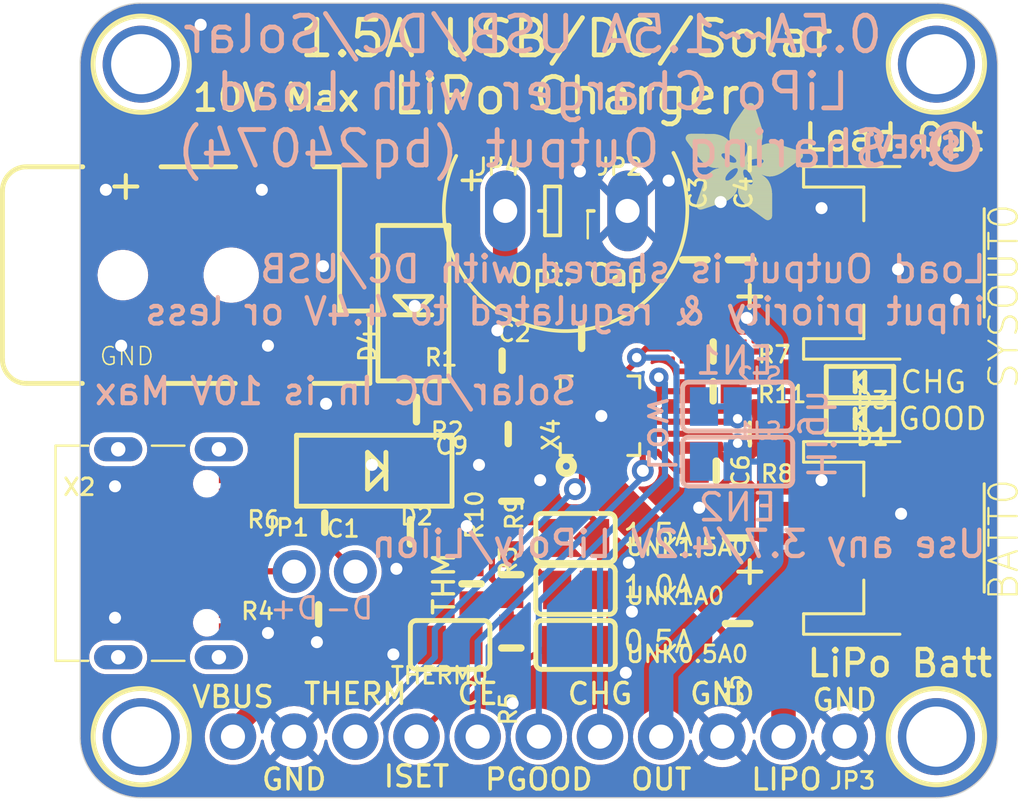
<source format=kicad_pcb>
(kicad_pcb (version 20221018) (generator pcbnew)
  (layers (0 "F.Cu" signal) (31 "B.Cu" signal) (34 "B.Paste" user) (35 "F.Paste" user) (36 "B.SilkS" user "B.Silkscreen") (37 "F.SilkS" user "F.Silkscreen") (38 "B.Mask" user) (39 "F.Mask" user) (44 "Edge.Cuts" user))
  (net 0 "")
  (net 1 "GND")
  (net 2 "VUSB")
  (net 3 "VBUS")
  (net 4 "D+")
  (net 5 "D-")
  (net 6 "CC2")
  (net 7 "CC1")
  (net 8 "THERM")
  (net 9 "VLIPO")
  (net 10 "~{CE}")
  (net 11 "N$2")
  (net 12 "~{CHG}")
  (net 13 "ILIM")
  (net 14 "N$5")
  (net 15 "N$6")
  (net 16 "N$7")
  (net 17 "~{PGOOD}")
  (net 18 "EN1")
  (net 19 "EN2")
  (net 20 "OUT")
  (net 21 "ITERM")
  (net 22 "ISET")
  (net 23 "N$3")
  (net 24 "N$1")
  (net 25 "N$4")
  (net 26 "N$8")
  (net 27 "N$9")
  (footprint "working:SMADIODE" (layer "F.Cu") (at 141.6431 107.9246 180)
    (fp_text reference "D2")
    (fp_text value "SK34A")
  )
  (footprint "working:FIDUCIAL_1MM" (layer "F.Cu") (at 133.7691 105.3846)
    (fp_text reference "FID3" hide)
    (fp_text value "FIDUCIAL_1MM" hide)
  )
  (footprint "working:SOLDERJUMPER_ARROW_NOPASTE" (layer "F.Cu") (at 150.0251 115.1636 180)
    (fp_text reference "UNK0.5A0")
    (fp_text value "")
  )
  (footprint "working:0603-NO" (layer "F.Cu") (at 145.7071 112.6236 90)
    (fp_text reference "R10")
    (fp_text value "10K")
  )
  (footprint "working:1X11_ROUND_76" (layer "F.Cu") (at 148.5011 118.9736 180)
    (fp_text reference "JP3")
    (fp_text value "")
  )
  (footprint "working:USB_C_CUSB31-CFM2AX-01-X" (layer "F.Cu") (at 132.2451 111.3536 -90)
    (fp_text reference "X2")
    (fp_text value "USB Type C")
  )
  (footprint "working:0603-NO" (layer "F.Cu") (at 147.3581 112.2426 90)
    (fp_text reference "R9")
    (fp_text value "1K")
  )
  (footprint "working:0603-NO" (layer "F.Cu") (at 146.9771 103.3526 180)
    (fp_text reference "R1")
    (fp_text value "1K")
  )
  (footprint "working:0603-NO" (layer "F.Cu") (at 155.8671 107.9246)
    (fp_text reference "R8")
    (fp_text value "10K")
  )
  (footprint "working:0603-NO" (layer "F.Cu") (at 139.6111 110.0836 180)
    (fp_text reference "R6")
    (fp_text value "5.1K")
  )
  (footprint "working:JST-PH-2-SMT-RA" (layer "F.Cu") (at 163.9951 99.2886 -90)
    (fp_text reference "SYSOUT0")
    (fp_text value "JST 2PH")
  )
  (footprint "working:ADAFRUIT_5MM" (layer "F.Cu") (at 154.5971 97.5106)
    (fp_text reference "U$14" hide)
    (fp_text value "" hide)
  )
  (footprint "working:SOLDERJUMPER_CLOSEDWIRE" (layer "F.Cu") (at 144.8181 115.1636 180)
    (fp_text reference "THERM0")
    (fp_text value "")
  )
  (footprint "working:0805-NO" (layer "F.Cu") (at 143.1671 110.4646 180)
    (fp_text reference "C1")
    (fp_text value "10uF")
  )
  (footprint "working:0603-NO" (layer "F.Cu") (at 147.3581 115.2906 -90)
    (fp_text reference "R5")
    (fp_text value "2K")
  )
  (footprint "working:SOLDERJUMPER_CLOSEDWIRE" (layer "F.Cu") (at 150.0251 112.8776 180)
    (fp_text reference "UNK1A0")
    (fp_text value "")
  )
  (footprint "working:0603-NO" (layer "F.Cu") (at 155.7401 104.6226)
    (fp_text reference "R11")
    (fp_text value "10K")
  )
  (footprint "working:0805-NO" (layer "F.Cu") (at 143.4211 105.3846 180)
    (fp_text reference "C9")
    (fp_text value "10uF")
  )
  (footprint "working:0805-NO" (layer "F.Cu") (at 156.7561 114.2746 -90)
    (fp_text reference "C5")
    (fp_text value "10uF")
  )
  (footprint "working:SOLDERJUMPER_ARROW_NOPASTE" (layer "F.Cu") (at 150.0251 110.7186 180)
    (fp_text reference "UNK1.5A0")
    (fp_text value "")
  )
  (footprint "working:0603-NO" (layer "F.Cu") (at 147.2311 106.4006 180)
    (fp_text reference "R2")
    (fp_text value "10K")
  )
  (footprint "working:0805-NO" (layer "F.Cu") (at 154.9781 99.1616 90)
    (fp_text reference "C3")
    (fp_text value "10uF")
  )
  (footprint "working:0603-NO" (layer "F.Cu") (at 147.3581 109.1946 -90)
    (fp_text reference "R3")
    (fp_text value "590")
  )
  (footprint "working:MOUNTINGHOLE_2.5_PLATED" (layer "F.Cu") (at 165.0111 91.0336)
    (fp_text reference "U$11" hide)
    (fp_text value "MOUNTINGHOLE2.5" hide)
  )
  (footprint "working:JST-PH-2-SMT-RA" (layer "F.Cu") (at 163.9951 110.7186 -90)
    (fp_text reference "BATT0")
    (fp_text value "JST 2PH")
  )
  (footprint "working:FIDUCIAL_1MM" (layer "F.Cu") (at 142.7861 95.7326)
    (fp_text reference "FID1" hide)
    (fp_text value "FIDUCIAL_1MM" hide)
  )
  (footprint "working:DCJACK_2MM_SMT" (layer "F.Cu") (at 131.2291 99.7966)
    (fp_text reference "X3")
    (fp_text value "2.1mm DC")
  )
  (footprint "working:MOUNTINGHOLE_2.5_PLATED" (layer "F.Cu") (at 131.9911 118.9736)
    (fp_text reference "U$3" hide)
    (fp_text value "MOUNTINGHOLE2.5" hide)
  )
  (footprint "working:0805-NO" (layer "F.Cu") (at 156.7561 110.7186 90)
    (fp_text reference "C6")
    (fp_text value "10uF")
  )
  (footprint "working:1X01_OVAL" (layer "F.Cu") (at 152.1841 97.1296)
    (fp_text reference "JP2")
    (fp_text value "")
  )
  (footprint "working:0603-NO" (layer "F.Cu") (at 139.3571 113.8936 180)
    (fp_text reference "R4")
    (fp_text value "5.1K")
  )
  (footprint "working:CHIPLED_0603" (layer "F.Cu") (at 161.8361 104.2416 90)
    (fp_text reference "D3")
    (fp_text value "RED")
  )
  (footprint "working:QFN16_3MM" (layer "F.Cu") (at 151.0411 105.6386 90)
    (fp_text reference "X4")
    (fp_text value "BQ24074")
  )
  (footprint "working:SMADIODE" (layer "F.Cu") (at 143.2941 100.9396 90)
    (fp_text reference "D4")
    (fp_text value "SK34A")
  )
  (footprint "working:MOUNTINGHOLE_2.5_PLATED" (layer "F.Cu") (at 165.0111 118.9736)
    (fp_text reference "U$12" hide)
    (fp_text value "MOUNTINGHOLE2.5" hide)
  )
  (footprint "working:1X01_OVAL" (layer "F.Cu") (at 147.1041 97.1296)
    (fp_text reference "JP4")
    (fp_text value "")
  )
  (footprint "working:0805-NO" (layer "F.Cu") (at 150.2791 102.3366 180)
    (fp_text reference "C2")
    (fp_text value "10uF")
  )
  (footprint "working:0805-NO" (layer "F.Cu") (at 156.8831 99.1616 90)
    (fp_text reference "C4")
    (fp_text value "10uF")
  )
  (footprint "working:1X02_ROUND" (layer "F.Cu") (at 139.6111 112.1156)
    (fp_text reference "JP1")
    (fp_text value "")
  )
  (footprint "working:FIDUCIAL_1MM" (layer "F.Cu") (at 162.2171 89.6366)
    (fp_text reference "FID2" hide)
    (fp_text value "FIDUCIAL_1MM" hide)
  )
  (footprint "working:0603-NO" (layer "F.Cu") (at 155.7401 102.9716)
    (fp_text reference "R7")
    (fp_text value "10K")
  )
  (footprint "working:MOUNTINGHOLE_2.5_PLATED" (layer "F.Cu") (at 131.9911 91.0336)
    (fp_text reference "U$4" hide)
    (fp_text value "MOUNTINGHOLE2.5" hide)
  )
  (footprint "working:CHIPLED_0603" (layer "F.Cu") (at 161.8361 105.7656 90)
    (fp_text reference "D1")
    (fp_text value "GREEN")
  )
  (footprint "working:SOLDERJUMPER_2WAY_OPEN_NOPASTE" (layer "B.Cu") (at 156.7561 105.2576 180)
    (fp_text reference "SJ2")
    (fp_text value "")
  )
  (footprint "working:SOLDERJUMPER_2WAY_OPEN_NOPASTE" (layer "B.Cu") (at 156.7561 107.5436 180)
    (fp_text reference "SJ1")
    (fp_text value "")
  )
  (footprint "working:PCBFEAT-REV-040" (layer "B.Cu") (at 165.7731 94.4626 180)
    (fp_text reference "U$18" hide)
    (fp_text value "" hide)
  )
  (gr_line (start 150.7871 97.1296) (end 150.5331 97.1296) (stroke (width 0.1524)) (layer "F.SilkS"))
  (gr_line (start 145.3261 95.8596) (end 146.0881 95.8596) (stroke (width 0.1524)) (layer "F.SilkS"))
  (gr_line (start 149.3901 96.1136) (end 149.3901 98.1456) (stroke (width 0.1524)) (layer "F.SilkS"))
  (gr_line (start 150.5331 97.1296) (end 150.5331 98.2726) (stroke (width 0.1)) (layer "F.SilkS"))
  (gr_line (start 148.7551 97.1296) (end 148.7551 96.1136) (stroke (width 0.1524)) (layer "F.SilkS"))
  (gr_line (start 145.7071 96.2406) (end 145.7071 95.4786) (stroke (width 0.1524)) (layer "F.SilkS"))
  (gr_line (start 148.7551 98.1456) (end 148.7551 97.1296) (stroke (width 0.1524)) (layer "F.SilkS"))
  (gr_line (start 149.3901 98.1456) (end 148.7551 98.1456) (stroke (width 0.1524)) (layer "F.SilkS"))
  (gr_line (start 148.5011 97.1296) (end 148.7551 97.1296) (stroke (width 0.1524)) (layer "F.SilkS"))
  (gr_line (start 148.7551 96.1136) (end 149.3901 96.1136) (stroke (width 0.1524)) (layer "F.SilkS"))
  (gr_arc (start 154.089099 94.716601) (mid 149.684003 102.121803) (end 145.0721 94.8436) (stroke (width 0.1524)) (layer "F.SilkS"))
  (gr_line (start 129.4511 91.0336) (end 129.4511 118.9736) (stroke (width 0.05)) (layer "Edge.Cuts"))
  (gr_line (start 131.9911 121.5136) (end 165.0111 121.5136) (stroke (width 0.05)) (layer "Edge.Cuts"))
  (gr_arc (start 165.0111 88.4936) (mid 166.807151 89.237549) (end 167.5511 91.0336) (stroke (width 0.05)) (layer "Edge.Cuts"))
  (gr_arc (start 167.5511 118.9736) (mid 166.807151 120.769651) (end 165.0111 121.5136) (stroke (width 0.05)) (layer "Edge.Cuts"))
  (gr_arc (start 129.4511 91.0336) (mid 130.195049 89.237549) (end 131.9911 88.4936) (stroke (width 0.05)) (layer "Edge.Cuts"))
  (gr_line (start 165.0111 88.4936) (end 131.9911 88.4936) (stroke (width 0.05)) (layer "Edge.Cuts"))
  (gr_arc (start 131.9911 121.5136) (mid 130.195049 120.769651) (end 129.4511 118.9736) (stroke (width 0.05)) (layer "Edge.Cuts"))
  (gr_line (start 167.5511 118.9736) (end 167.5511 91.0336) (stroke (width 0.05)) (layer "Edge.Cuts"))
  (gr_text "Load Output is shared with DC/USB \ninput priority & regulated to 4.4V or less" (at 167.1701 100.4316) (layer "B.SilkS") (effects (font (size 1.0922 1.0922) (thickness 0.1778)) (justify left mirror)))
  (gr_text "High" (at 160.1851 106.4006 -90) (layer "B.SilkS") (effects (font (size 1.1176 1.1176) (thickness 0.1524)) (justify mirror)))
  (gr_text "D-" (at 140.6271 113.6396) (layer "B.SilkS") (effects (font (size 0.89408 0.89408) (thickness 0.12192)) (justify mirror)))
  (gr_text "EN2" (at 156.7561 109.4486) (layer "B.SilkS") (effects (font (size 1.1176 1.1176) (thickness 0.1524)) (justify mirror)))
  (gr_text "Use any 3.7/4.2V LiPoly/LiIon" (at 167.1701 110.9726) (layer "B.SilkS") (effects (font (size 1.0922 1.0922) (thickness 0.1778)) (justify left mirror)))
  (gr_text "EN1" (at 156.6291 103.3526) (layer "B.SilkS") (effects (font (size 1.1176 1.1176) (thickness 0.1524)) (justify mirror)))
  (gr_text "0.5A~~1.5A USB/DC/Solar\nLiPo Charger with Load\nSharing Output (bq24074)" (at 148.2471 92.1766) (layer "B.SilkS") (effects (font (size 1.475232 1.475232) (thickness 0.201168)) (justify mirror)))
  (gr_text "D+" (at 138.3411 113.6396) (layer "B.SilkS") (effects (font (size 0.89408 0.89408) (thickness 0.12192)) (justify mirror)))
  (gr_text "Solar/DC In is 10V Max" (at 129.9591 104.6226) (layer "B.SilkS") (effects (font (size 1.0922 1.0922) (thickness 0.1778)) (justify right mirror)))
  (gr_text "Low" (at 153.5811 106.4006 -90) (layer "B.SilkS") (effects (font (size 1.1176 1.1176) (thickness 0.1524)) (justify mirror)))
  (gr_text "Opt. Cap" (at 147.2311 99.7966) (layer "F.SilkS") (effects (font (size 0.8636 0.8636) (thickness 0.1524)) (justify left)))
  (gr_text "GND" (at 161.2011 117.4496) (layer "F.SilkS") (effects (font (size 0.87376 0.87376) (thickness 0.14224))))
  (gr_text "THERM" (at 140.8811 117.1956) (layer "F.SilkS") (effects (font (size 0.87376 0.87376) (thickness 0.14224))))
  (gr_text "CE" (at 145.9611 117.1956) (layer "F.SilkS") (effects (font (size 0.87376 0.87376) (thickness 0.14224))))
  (gr_text "LiPo Batt" (at 163.4871 115.9256) (layer "F.SilkS") (effects (font (size 1.0922 1.0922) (thickness 0.1778))))
  (gr_text "1.5A USB/DC/Solar\nLiPo Charger" (at 149.6441 91.1606) (layer "F.SilkS") (effects (font (size 1.475232 1.475232) (thickness 0.201168))))
  (gr_text "0.5A" (at 153.4541 115.0366) (layer "F.SilkS") (effects (font (size 0.89408 0.89408) (thickness 0.12192))))
  (gr_text "PGOOD" (at 148.5011 120.7516) (layer "F.SilkS") (effects (font (size 0.87376 0.87376) (thickness 0.14224))))
  (gr_text "LIPO" (at 158.7881 120.7516) (layer "F.SilkS") (effects (font (size 0.87376 0.87376) (thickness 0.14224))))
  (gr_text "1.5A" (at 153.4541 110.5916) (layer "F.SilkS") (effects (font (size 0.89408 0.89408) (thickness 0.12192))))
  (gr_text "GND" (at 156.1211 117.1956) (layer "F.SilkS") (effects (font (size 0.87376 0.87376) (thickness 0.14224))))
  (gr_text "GOOD" (at 165.2651 105.7656) (layer "F.SilkS") (effects (font (size 0.89408 0.89408) (thickness 0.12192))))
  (gr_text "CHG" (at 151.0411 117.1956) (layer "F.SilkS") (effects (font (size 0.87376 0.87376) (thickness 0.14224))))
  (gr_text "VBUS" (at 135.8011 117.3226) (layer "F.SilkS") (effects (font (size 0.87376 0.87376) (thickness 0.14224))))
  (gr_text "GND" (at 138.3411 120.7516) (layer "F.SilkS") (effects (font (size 0.87376 0.87376) (thickness 0.14224))))
  (gr_text "THM" (at 144.5641 112.6236 90) (layer "F.SilkS") (effects (font (size 0.87376 0.87376) (thickness 0.14224))))
  (gr_text "OUT" (at 153.5811 120.7516) (layer "F.SilkS") (effects (font (size 0.87376 0.87376) (thickness 0.14224))))
  (gr_text "ISET" (at 143.4211 120.6246) (layer "F.SilkS") (effects (font (size 0.87376 0.87376) (thickness 0.14224))))
  (gr_text "Load Out" (at 163.2331 94.0816) (layer "F.SilkS") (effects (font (size 1.0922 1.0922) (thickness 0.1778))))
  (gr_text "1.0A" (at 153.4541 112.7506) (layer "F.SilkS") (effects (font (size 0.89408 0.89408) (thickness 0.12192))))
  (gr_text "10V Max" (at 134.0231 92.4306) (layer "F.SilkS") (effects (font (size 1.0795 1.0795) (thickness 0.1905)) (justify left)))
  (gr_text "CHG" (at 164.8841 104.2416) (layer "F.SilkS") (effects (font (size 0.89408 0.89408) (thickness 0.12192))))
  (segment (start 141.8361 110.0836) (end 142.2171 110.4646) (width 0.254) (layer "F.Cu") (net 1))
  (segment (start 150.7911 105.3886) (end 151.0411 105.6386) (width 0.254) (layer "F.Cu") (net 1))
  (segment (start 151.7911 104.8886) (end 151.0411 105.6386) (width 0.254) (layer "F.Cu") (net 1))
  (segment (start 152.5411 104.8886) (end 151.7911 104.8886) (width 0.254) (layer "F.Cu") (net 1))
  (segment (start 151.0411 110.7186) (end 151.0411 112.6236) (width 0.254) (layer "F.Cu") (net 1))
  (segment (start 149.688075 109.4486) (end 148.557075 108.3176) (width 0.254) (layer "F.Cu") (net 1))
  (segment (start 151.0411 110.2106) (end 150.2791 109.4486) (width 0.254) (layer "F.Cu") (net 1))
  (segment (start 151.0411 112.6236) (end 150.7871 112.8776) (width 0.254) (layer "F.Cu") (net 1))
  (segment (start 150.2791 109.4486) (end 149.688075 109.4486) (width 0.254) (layer "F.Cu") (net 1))
  (segment (start 149.5411 105.3886) (end 150.7911 105.3886) (width 0.254) (layer "F.Cu") (net 1))
  (segment (start 151.0411 110.7186) (end 151.0411 110.2106) (width 0.254) (layer "F.Cu") (net 1))
  (segment (start 140.4611 110.0836) (end 141.8361 110.0836) (width 0.254) (layer "F.Cu") (net 1))
  (via (at 163.416075 99.5546) (size 0.9064) (drill 0.5) (layers "F.Cu" "B.Cu") (net 1))
  (via (at 151.097075 105.6506) (size 0.9064) (drill 0.5) (layers "F.Cu" "B.Cu") (net 1))
  (via (at 137.254075 114.6676) (size 0.9064) (drill 0.5) (layers "F.Cu" "B.Cu") (net 1))
  (via (at 148.557075 108.3176) (size 0.9064) (drill 0.5) (layers "F.Cu" "B.Cu") (net 1))
  (via (at 143.350075 101.0786) (size 0.9064) (drill 0.5) (layers "F.Cu" "B.Cu") (net 1))
  (via (at 130.904075 114.0326) (size 0.9064) (drill 0.5) (layers "F.Cu" "B.Cu") (net 1))
  (via (at 131.158075 102.7296) (size 0.9064) (drill 0.5) (layers "F.Cu" "B.Cu") (net 1))
  (via (at 147.414075 117.5886) (size 0.9064) (drill 0.5) (layers "F.Cu" "B.Cu") (net 1))
  (via (at 142.461075 115.5566) (size 0.9064) (drill 0.5) (layers "F.Cu" "B.Cu") (net 1))
  (via (at 165.829075 100.8246) (size 0.9064) (drill 0.5) (layers "F.Cu" "B.Cu") (net 1))
  (via (at 156.050075 96.7606) (size 0.9064) (drill 0.5) (layers "F.Cu" "B.Cu") (net 1))
  (via (at 152.113075 116.3186) (size 0.9064) (drill 0.5) (layers "F.Cu" "B.Cu") (net 1))
  (via (at 150.208075 95.4906) (size 0.9064) (drill 0.5) (layers "F.Cu" "B.Cu") (net 1))
  (via (at 137.000075 96.2526) (size 0.9064) (drill 0.5) (layers "F.Cu" "B.Cu") (net 1))
  (via (at 141.572075 107.6826) (size 0.9064) (drill 0.5) (layers "F.Cu" "B.Cu") (net 1))
  (via (at 155.161075 109.4606) (size 0.9064) (drill 0.5) (layers "F.Cu" "B.Cu") (net 1))
  (via (at 160.241075 108.3176) (size 0.9064) (drill 0.5) (layers "F.Cu" "B.Cu") (net 1))
  (via (at 130.523075 96.2526) (size 0.9064) (drill 0.5) (layers "F.Cu" "B.Cu") (net 1))
  (via (at 130.904075 108.5716) (size 0.9064) (drill 0.5) (layers "F.Cu" "B.Cu") (net 1))
  (via (at 139.667075 105.1426) (size 0.9064) (drill 0.5) (layers "F.Cu" "B.Cu") (net 1))
  (via (at 163.543075 109.7146) (size 0.9064) (drill 0.5) (layers "F.Cu" "B.Cu") (net 1))
  (via (at 134.460075 89.3946) (size 0.9064) (drill 0.5) (layers "F.Cu" "B.Cu") (net 1))
  (via (at 146.779075 102.0946) (size 0.9064) (drill 0.5) (layers "F.Cu" "B.Cu") (net 1))
  (via (at 139.540075 99.4276) (size 0.9064) (drill 0.5) (layers "F.Cu" "B.Cu") (net 1))
  (via (at 152.367075 113.7786) (size 0.9064) (drill 0.5) (layers "F.Cu" "B.Cu") (net 1))
  (via (at 152.240075 111.7466) (size 0.9064) (drill 0.5) (layers "F.Cu" "B.Cu") (net 1))
  (via (at 153.891075 95.8716) (size 0.9064) (drill 0.5) (layers "F.Cu" "B.Cu") (net 1))
  (via (at 146.017075 107.6826) (size 0.9064) (drill 0.5) (layers "F.Cu" "B.Cu") (net 1))
  (via (at 139.286075 115.0486) (size 0.9064) (drill 0.5) (layers "F.Cu" "B.Cu") (net 1))
  (via (at 160.241075 97.0146) (size 0.9064) (drill 0.5) (layers "F.Cu" "B.Cu") (net 1))
  (via (at 142.588075 112.0006) (size 0.9064) (drill 0.5) (layers "F.Cu" "B.Cu") (net 1))
  (via (at 137.254075 102.7296) (size 0.9064) (drill 0.5) (layers "F.Cu" "B.Cu") (net 1))
  (via (at 145.509075 110.2226) (size 0.9064) (drill 0.5) (layers "F.Cu" "B.Cu") (net 1))
  (segment (start 148.557075 108.3176) (end 148.2471 108.007625) (width 0.254) (layer "B.Cu") (net 1))
  (segment (start 135.007537 109.1696) (end 135.223537 108.9536) (width 0.254) (layer "F.Cu") (net 2))
  (segment (start 138.5951 107.9246) (end 139.6238 107.9246) (width 0.508) (layer "F.Cu") (net 2))
  (segment (start 134.5561 113.5376) (end 134.1501 113.1316) (width 0.254) (layer "F.Cu") (net 2))
  (segment (start 134.5561 109.1696) (end 135.007537 109.1696) (width 0.254) (layer "F.Cu") (net 2))
  (segment (start 135.7901 108.9536) (end 137.5661 108.9536) (width 0.508) (layer "F.Cu") (net 2))
  (segment (start 134.1501 109.5756) (end 134.5561 109.1696) (width 0.254) (layer "F.Cu") (net 2))
  (segment (start 134.1501 113.1316) (end 134.1501 109.5756) (width 0.254) (layer "F.Cu") (net 2))
  (segment (start 137.5661 108.9536) (end 138.5951 107.9246) (width 0.508) (layer "F.Cu") (net 2))
  (segment (start 135.007537 113.5376) (end 134.5561 113.5376) (width 0.254) (layer "F.Cu") (net 2))
  (segment (start 135.7901 113.7536) (end 135.223537 113.7536) (width 0.254) (layer "F.Cu") (net 2))
  (segment (start 135.223537 108.9536) (end 135.7901 108.9536) (width 0.254) (layer "F.Cu") (net 2))
  (segment (start 135.223537 113.7536) (end 135.007537 113.5376) (width 0.254) (layer "F.Cu") (net 2))
  (segment (start 145.8201 104.4956) (end 148.6281 104.4956) (width 0.6096) (layer "F.Cu") (net 3))
  (segment (start 143.2941 102.9843) (end 144.0561 104.051091) (width 1.016) (layer "F.Cu") (net 3))
  (segment (start 144.3711 105.3846) (end 144.0561 105.0696) (width 1.016) (layer "F.Cu") (net 3))
  (segment (start 144.1171 108.0491) (end 144.1171 110.4646) (width 1.016) (layer "F.Cu") (net 3))
  (segment (start 138.2141 116.3066) (end 135.8011 118.7196) (width 0.8128) (layer "F.Cu") (net 3))
  (segment (start 148.6281 104.4956) (end 148.8941 104.4956) (width 0.3048) (layer "F.Cu") (net 3))
  (segment (start 144.3711 105.3846) (end 145.8201 104.4956) (width 0.6096) (layer "F.Cu") (net 3))
  (segment (start 144.3711 107.5461) (end 143.6878 107.9246) (width 1.016) (layer "F.Cu") (net 3))
  (segment (start 144.1171 110.9726) (end 143.8631 111.2266) (width 0.8128) (layer "F.Cu") (net 3))
  (segment (start 144.1171 110.4646) (end 144.1171 110.9726) (width 0.8128) (layer "F.Cu") (net 3))
  (segment (start 149.2871 104.8886) (end 148.8941 104.4956) (width 0.3048) (layer "F.Cu") (net 3))
  (segment (start 143.8631 112.5626) (end 140.1191 116.3066) (width 0.8128) (layer "F.Cu") (net 3))
  (segment (start 143.8631 111.2266) (end 143.8631 112.5626) (width 0.8128) (layer "F.Cu") (net 3))
  (segment (start 143.6878 107.9246) (end 144.1171 108.0491) (width 1.016) (layer "F.Cu") (net 3))
  (segment (start 144.3711 105.3846) (end 144.3711 107.5461) (width 1.016) (layer "F.Cu") (net 3))
  (segment (start 144.0561 104.051091) (end 144.0561 105.0696) (width 1.016) (layer "F.Cu") (net 3))
  (segment (start 147.1041 99.6696) (end 147.1041 97.1296) (width 1.016) (layer "F.Cu") (net 3))
  (segment (start 140.1191 116.3066) (end 138.2141 116.3066) (width 0.8128) (layer "F.Cu") (net 3))
  (segment (start 135.8011 118.7196) (end 135.8011 118.9736) (width 0.8128) (layer "F.Cu") (net 3))
  (segment (start 149.2871 104.8886) (end 149.5411 104.8886) (width 0.3048) (layer "F.Cu") (net 3))
  (segment (start 143.2941 102.9843) (end 143.7894 102.9843) (width 1.016) (layer "F.Cu") (net 3))
  (segment (start 147.1041 99.6696) (end 143.7894 102.9843) (width 1.016) (layer "F.Cu") (net 3))
  (segment (start 136.9441 111.8616) (end 136.7021 112.1036) (width 0.254) (layer "F.Cu") (net 4))
  (segment (start 135.7901 111.1036) (end 136.6941 111.1036) (width 0.254) (layer "F.Cu") (net 4))
  (segment (start 138.3291 112.1036) (end 138.3411 112.1156) (width 0.254) (layer "F.Cu") (net 4))
  (segment (start 135.7901 112.1036) (end 136.7021 112.1036) (width 0.254) (layer "F.Cu") (net 4))
  (segment (start 136.9441 111.3536) (end 136.9441 111.8616) (width 0.254) (layer "F.Cu") (net 4))
  (segment (start 136.7021 112.1036) (end 138.3291 112.1036) (width 0.254) (layer "F.Cu") (net 4))
  (segment (start 136.6941 111.1036) (end 136.9441 111.3536) (width 0.254) (layer "F.Cu") (net 4))
  (segment (start 134.7851 110.5916) (end 135.7781 110.5916) (width 0.254) (layer "F.Cu") (net 5))
  (segment (start 135.7781 110.5916) (end 135.7901 110.6036) (width 0.254) (layer "F.Cu") (net 5))
  (segment (start 134.7811 111.6036) (end 134.6581 111.4806) (width 0.254) (layer "F.Cu") (net 5))
  (segment (start 134.6581 111.4806) (end 134.6581 110.7186) (width 0.254) (layer "F.Cu") (net 5))
  (segment (start 135.7901 110.6036) (end 137.81255 110.6036) (width 0.254) (layer "F.Cu") (net 5))
  (segment (start 138.09735 110.8884) (end 139.6539 110.8884) (width 0.254) (layer "F.Cu") (net 5))
  (segment (start 134.6581 110.7186) (end 134.7851 110.5916) (width 0.254) (layer "F.Cu") (net 5))
  (segment (start 135.7901 111.6036) (end 134.7811 111.6036) (width 0.254) (layer "F.Cu") (net 5))
  (segment (start 139.6539 110.8884) (end 140.8811 112.1156) (width 0.254) (layer "F.Cu") (net 5))
  (segment (start 137.81255 110.6036) (end 138.09735 110.8884) (width 0.254) (layer "F.Cu") (net 5))
  (segment (start 137.8721 113.8936) (end 137.0821 113.1036) (width 0.254) (layer "F.Cu") (net 6))
  (segment (start 135.7901 113.1036) (end 137.0821 113.1036) (width 0.254) (layer "F.Cu") (net 6))
  (segment (start 137.8721 113.8936) (end 138.5071 113.8936) (width 0.254) (layer "F.Cu") (net 6))
  (segment (start 135.7901 110.1036) (end 138.7411 110.1036) (width 0.254) (layer "F.Cu") (net 7))
  (segment (start 138.7411 110.1036) (end 138.7611 110.0836) (width 0.254) (layer "F.Cu") (net 7))
  (segment (start 150.2911 107.1386) (end 150.2911 108.40155) (width 0.254) (layer "F.Cu") (net 8))
  (segment (start 140.8811 118.9736) (end 144.0561 115.7986) (width 0.254) (layer "F.Cu") (net 8))
  (segment (start 150.2911 108.40155) (end 150.00205 108.6906) (width 0.254) (layer "F.Cu") (net 8))
  (segment (start 144.0561 115.7986) (end 144.0561 115.1636) (width 0.254) (layer "F.Cu") (net 8))
  (via (at 150.00205 108.6906) (size 0.9064) (drill 0.5) (layers "F.Cu" "B.Cu") (net 8))
  (segment (start 144.1831 115.6716) (end 140.8811 118.9736) (width 0.254) (layer "B.Cu") (net 8))
  (segment (start 144.1831 114.50955) (end 144.1831 115.6716) (width 0.254) (layer "B.Cu") (net 8))
  (segment (start 150.00205 108.6906) (end 144.1831 114.50955) (width 0.254) (layer "B.Cu") (net 8))
  (segment (start 158.6611 118.9736) (end 158.6611 111.8616) (width 1.016) (layer "F.Cu") (net 9))
  (segment (start 156.7561 111.6686) (end 156.7561 113.3246) (width 1.016) (layer "F.Cu") (net 9))
  (segment (start 158.6611 111.8616) (end 158.8041 111.7186) (width 1.016) (layer "F.Cu") (net 9))
  (segment (start 160.2951 111.7186) (end 156.8061 111.7186) (width 1.016) (layer "F.Cu") (net 9))
  (segment (start 158.8041 111.7186) (end 160.2951 111.7186) (width 1.016) (layer "F.Cu") (net 9))
  (segment (start 156.8061 111.7186) (end 156.7561 111.6686) (width 1.016) (layer "F.Cu") (net 9))
  (segment (start 153.4301 107.1386) (end 154.2161 107.9246) (width 0.254) (layer "F.Cu") (net 10))
  (segment (start 152.8191 107.9246) (end 152.8191 107.1386) (width 0.254) (layer "F.Cu") (net 10))
  (segment (start 154.2161 107.9246) (end 155.0171 107.9246) (width 0.254) (layer "F.Cu") (net 10))
  (segment (start 151.7911 107.1386) (end 152.8191 107.1386) (width 0.254) (layer "F.Cu") (net 10))
  (segment (start 152.8191 107.1386) (end 153.4301 107.1386) (width 0.254) (layer "F.Cu") (net 10))
  (via (at 152.8191 107.9246) (size 0.9064) (drill 0.5) (layers "F.Cu" "B.Cu") (net 10))
  (segment (start 152.8191 108.1786) (end 145.9611 115.0366) (width 0.254) (layer "B.Cu") (net 10))
  (segment (start 145.9611 118.9736) (end 145.9611 115.0366) (width 0.254) (layer "B.Cu") (net 10))
  (segment (start 152.8191 107.9246) (end 152.8191 108.1786) (width 0.254) (layer "B.Cu") (net 10))
  (segment (start 137.4291 94.2966) (end 131.2291 94.2966) (width 1.016) (layer "F.Cu") (net 11))
  (segment (start 143.2941 98.9203) (end 139.23884 94.865041) (width 1.016) (layer "F.Cu") (net 11))
  (segment (start 138.720659 94.2966) (end 137.4291 94.2966) (width 1.016) (layer "F.Cu") (net 11))
  (segment (start 139.23884 94.865041) (end 138.720659 94.2966) (width 1.016) (layer "F.Cu") (net 11))
  (segment (start 152.5651 103.2256) (end 152.5651 103.3646) (width 0.254) (layer "F.Cu") (net 12))
  (segment (start 154.8901 102.9716) (end 154.8901 102.8446) (width 0.254) (layer "F.Cu") (net 12))
  (segment (start 152.5651 103.3646) (end 151.7911 104.1386) (width 0.254) (layer "F.Cu") (net 12))
  (segment (start 154.8901 102.8446) (end 152.9461 102.8446) (width 0.254) (layer "F.Cu") (net 12))
  (segment (start 152.5651 103.2256) (end 152.9461 102.8446) (width 0.254) (layer "F.Cu") (net 12))
  (via (at 152.5651 103.2256) (size 0.8001) (drill 0.3937) (layers "F.Cu" "B.Cu") (net 12))
  (segment (start 153.8351 103.2256) (end 154.2161 103.6066) (width 0.254) (layer "B.Cu") (net 12))
  (segment (start 152.5651 103.2256) (end 153.8351 103.2256) (width 0.254) (layer "B.Cu") (net 12))
  (segment (start 154.2161 103.6066) (end 154.2161 108.6866) (width 0.254) (layer "B.Cu") (net 12))
  (segment (start 154.2161 108.6866) (end 151.0411 111.8616) (width 0.254) (layer "B.Cu") (net 12))
  (segment (start 151.0411 111.8616) (end 151.0411 118.9736) (width 0.254) (layer "B.Cu") (net 12))
  (segment (start 148.4621 103.3526) (end 147.8271 103.3526) (width 0.254) (layer "F.Cu") (net 13))
  (segment (start 150.2911 104.1386) (end 149.2481 104.1386) (width 0.254) (layer "F.Cu") (net 13))
  (segment (start 149.2481 104.1386) (end 148.4621 103.3526) (width 0.254) (layer "F.Cu") (net 13))
  (segment (start 148.358737 110.068238) (end 149.0091 110.7186) (width 0.254) (layer "F.Cu") (net 14))
  (segment (start 148.358737 110.068238) (end 147.3581 110.0446) (width 0.254) (layer "F.Cu") (net 14))
  (segment (start 147.3581 116.1406) (end 149.0091 115.1636) (width 0.254) (layer "F.Cu") (net 15))
  (segment (start 148.010078 111.624579) (end 147.3581 111.3926) (width 0.254) (layer "F.Cu") (net 16))
  (segment (start 148.010078 111.624579) (end 149.2631 112.8776) (width 0.254) (layer "F.Cu") (net 16))
  (segment (start 153.4841 104.04075) (end 153.4841 104.6226) (width 0.254) (layer "F.Cu") (net 17))
  (segment (start 152.5411 105.3886) (end 153.02525 105.3886) (width 0.254) (layer "F.Cu") (net 17))
  (segment (start 153.4841 104.92975) (end 153.02525 105.3886) (width 0.254) (layer "F.Cu") (net 17))
  (segment (start 154.8901 104.6226) (end 153.4841 104.6226) (width 0.254) (layer "F.Cu") (net 17))
  (segment (start 153.4841 104.92975) (end 153.4841 104.04075) (width 0.254) (layer "F.Cu") (net 17))
  (via (at 153.4841 104.04075) (size 0.8001) (drill 0.3937) (layers "F.Cu" "B.Cu") (net 17))
  (segment (start 148.5011 113.3856) (end 148.5011 118.9736) (width 0.254) (layer "B.Cu") (net 17))
  (segment (start 153.4841 104.04075) (end 153.7381 104.29475) (width 0.254) (layer "B.Cu") (net 17))
  (segment (start 153.7381 108.1486) (end 148.5011 113.3856) (width 0.254) (layer "B.Cu") (net 17))
  (segment (start 153.7381 104.29475) (end 153.7381 108.1486) (width 0.254) (layer "B.Cu") (net 17))
  (segment (start 156.6331 105.8886) (end 156.7561 105.7656) (width 0.254) (layer "F.Cu") (net 18))
  (segment (start 156.6331 105.8886) (end 152.5411 105.8886) (width 0.254) (layer "F.Cu") (net 18))
  (via (at 156.7561 105.7656) (size 0.8001) (drill 0.3937) (layers "F.Cu" "B.Cu") (net 18))
  (segment (start 156.7561 105.2576) (end 156.7561 105.7656) (width 0.254) (layer "B.Cu") (net 18))
  (segment (start 156.3631 106.3886) (end 156.7561 106.7816) (width 0.254) (layer "F.Cu") (net 19))
  (segment (start 152.5411 106.3886) (end 156.3631 106.3886) (width 0.254) (layer "F.Cu") (net 19))
  (via (at 156.7561 106.7816) (size 0.8001) (drill 0.3937) (layers "F.Cu" "B.Cu") (net 19))
  (segment (start 156.7561 107.5436) (end 156.7561 106.7816) (width 0.254) (layer "B.Cu") (net 19))
  (segment (start 162.5861 103.2136) (end 160.9471 101.5746) (width 0.254) (layer "F.Cu") (net 20))
  (segment (start 160.3111 101.5746) (end 160.6291 101.8926) (width 1.016) (layer "F.Cu") (net 20))
  (segment (start 160.6291 101.8926) (end 160.2951 100.2886) (width 0.254) (layer "F.Cu") (net 20))
  (segment (start 158.9151 101.5746) (end 160.3111 101.5746) (width 1.016) (layer "F.Cu") (net 20))
  (segment (start 162.5861 104.2416) (end 162.5861 103.2136) (width 0.254) (layer "F.Cu") (net 20))
  (segment (start 162.5861 104.2416) (end 162.5861 105.7656) (width 0.254) (layer "F.Cu") (net 20))
  (segment (start 157.1371 101.5746) (end 158.9151 101.5746) (width 1.016) (layer "F.Cu") (net 20))
  (segment (start 160.9471 101.5746) (end 158.9151 101.5746) (width 0.254) (layer "F.Cu") (net 20))
  (via (at 157.1371 101.5746) (size 0.9064) (drill 0.5) (layers "F.Cu" "B.Cu") (net 20))
  (segment (start 153.5811 118.9736) (end 153.5811 116.1796) (width 1.016) (layer "B.Cu") (net 20))
  (segment (start 158.1531 102.5906) (end 157.1371 101.5746) (width 1.016) (layer "B.Cu") (net 20))
  (segment (start 153.5811 116.1796) (end 158.1531 111.6076) (width 1.016) (layer "B.Cu") (net 20))
  (segment (start 158.1531 107.5436) (end 158.1531 106.6546) (width 0.254) (layer "B.Cu") (net 20))
  (segment (start 158.1531 105.2576) (end 158.1531 106.6546) (width 1.016) (layer "B.Cu") (net 20))
  (segment (start 158.1531 102.5906) (end 158.1531 105.2576) (width 1.016) (layer "B.Cu") (net 20))
  (segment (start 158.1531 107.5436) (end 158.1531 111.6076) (width 1.016) (layer "B.Cu") (net 20))
  (segment (start 149.5411 105.8886) (end 148.5931 105.8886) (width 0.254) (layer "F.Cu") (net 21))
  (segment (start 148.5931 105.8886) (end 148.0811 106.4006) (width 0.254) (layer "F.Cu") (net 21))
  (segment (start 147.3581 108.3446) (end 147.4581 108.3446) (width 0.254) (layer "F.Cu") (net 22))
  (segment (start 145.9992 116.3955) (end 146.29055 116.3955) (width 0.254) (layer "F.Cu") (net 22))
  (segment (start 147.356053 114.674097) (end 147.356053 114.391166) (width 0.254) (layer "F.Cu") (net 22))
  (segment (start 149.5411 106.3886) (end 149.5411 107.1506) (width 0.254) (layer "F.Cu") (net 22))
  (segment (start 149.4141 107.2776) (end 148.5251 107.2776) (width 0.254) (layer "F.Cu") (net 22))
  (segment (start 147.356053 114.391166) (end 147.3581 114.4406) (width 0.254) (layer "F.Cu") (net 22))
  (segment (start 146.5533 115.47685) (end 147.356053 114.674097) (width 0.254) (layer "F.Cu") (net 22))
  (segment (start 147.259312 113.122319) (end 147.332846 113.830854) (width 0.254) (layer "F.Cu") (net 22))
  (segment (start 149.5411 107.1506) (end 149.4141 107.2776) (width 0.254) (layer "F.Cu") (net 22))
  (segment (start 143.4211 118.9736) (end 145.9992 116.3955) (width 0.254) (layer "F.Cu") (net 22))
  (segment (start 147.245212 112.986444) (end 147.259312 113.122319) (width 0.254) (layer "F.Cu") (net 22))
  (segment (start 147.332846 113.830854) (end 147.356053 114.391166) (width 0.254) (layer "F.Cu") (net 22))
  (segment (start 146.5533 109.1494) (end 146.5533 112.416307) (width 0.254) (layer "F.Cu") (net 22))
  (segment (start 146.29055 116.3955) (end 146.5533 116.13275) (width 0.254) (layer "F.Cu") (net 22))
  (segment (start 147.3581 113.0926) (end 147.245212 112.986444) (width 0.254) (layer "F.Cu") (net 22))
  (segment (start 146.5533 116.13275) (end 146.5533 115.47685) (width 0.254) (layer "F.Cu") (net 22))
  (segment (start 147.3581 108.3446) (end 146.5533 109.1494) (width 0.254) (layer "F.Cu") (net 22))
  (segment (start 146.5533 112.416307) (end 147.259312 113.122319) (width 0.254) (layer "F.Cu") (net 22))
  (segment (start 148.5251 107.2776) (end 147.4581 108.3446) (width 0.254) (layer "F.Cu") (net 22))
  (segment (start 159.8161 102.9716) (end 161.0861 104.2416) (width 0.254) (layer "F.Cu") (net 23))
  (segment (start 159.8161 102.9716) (end 156.5901 102.9716) (width 0.254) (layer "F.Cu") (net 23))
  (segment (start 160.5661 105.7656) (end 161.0861 105.7656) (width 0.254) (layer "F.Cu") (net 24))
  (segment (start 156.5901 104.6226) (end 159.4231 104.6226) (width 0.254) (layer "F.Cu") (net 24))
  (segment (start 159.4231 104.6226) (end 160.5661 105.7656) (width 0.254) (layer "F.Cu") (net 24))
  (segment (start 157.0101 107.5436) (end 157.8991 107.5436) (width 0.254) (layer "B.Cu") (net 25))
  (segment (start 156.5021 105.2576) (end 155.6131 105.2576) (width 0.254) (layer "B.Cu") (net 26))
  (segment (start 145.7071 113.4736) (end 145.7071 115.0366) (width 0.254) (layer "F.Cu") (net 27))
  (segment (start 145.5801 115.1636) (end 145.7071 115.0366) (width 0.254) (layer "F.Cu") (net 27))
  (zone (net 20) (net_name "OUT") (layer "F.Cu") (priority 6) (connect_pads yes (clearance 0.000001)) (min_thickness 0.127) (fill yes (thermal_gap 0.5) (thermal_bridge_width 0.5))
    (polygon (pts (xy 162.5981 99.870995) (xy 162.5981 102.389205) (xy 162.142705 102.8446) (xy 152.363706 102.8446) (xy 151.4221 103.786206) (xy 151.4221 104.4956) (xy 150.6601 104.4956) (xy 150.6601 101.083267) (xy 152.200766 99.5426) (xy 162.269705 99.5426)))
  )
  (zone (net 9) (net_name "VLIPO") (layer "F.Cu") (priority 6) (connect_pads yes (clearance 0.000001)) (min_thickness 0.127) (fill yes (thermal_gap 0.5) (thermal_bridge_width 0.5))
    (polygon (pts (xy 151.4221 107.744994) (xy 154.776706 111.0996) (xy 156.300705 111.0996) (xy 156.427706 111.2266) (xy 162.7251 111.2266) (xy 162.7251 113.692205) (xy 162.396705 114.0206) (xy 155.433495 114.0206) (xy 150.6601 109.247205) (xy 150.6601 106.7816) (xy 151.4221 106.7816)))
  )
  (zone (net 1) (net_name "GND") (layer "F.Cu") (priority 3) (connect_pads (clearance 0.000001)) (min_thickness 0.127) (fill yes (thermal_gap 0.304) (thermal_bridge_width 0.304))
    (polygon (pts (xy 167.6781 121.6406) (xy 129.3241 121.6406) (xy 129.3241 88.3666) (xy 167.6781 88.3666)))
  )
  (zone (net 1) (net_name "GND") (layer "B.Cu") (priority 3) (connect_pads (clearance 0.000001)) (min_thickness 0.127) (fill yes (thermal_gap 0.304) (thermal_bridge_width 0.304))
    (polygon (pts (xy 167.6781 121.6406) (xy 129.3241 121.6406) (xy 129.3241 88.3666) (xy 167.6781 88.3666)))
  )
)
</source>
